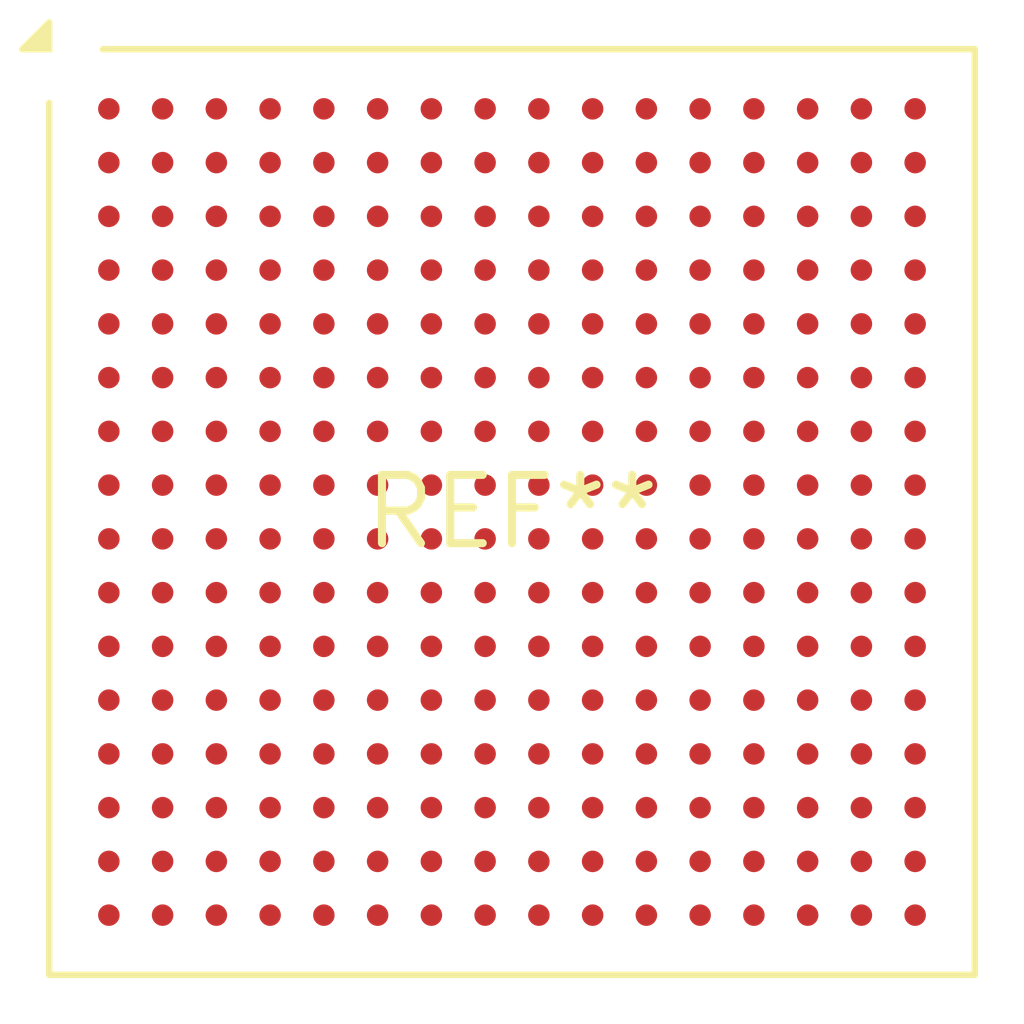
<source format=kicad_pcb>
(kicad_pcb (version 20240108) (generator pcbnew)
  (layers (0 "F.Cu" signal) (31 "B.Cu" signal) (34 "B.Paste" user) (35 "F.Paste" user) (36 "B.SilkS" user "B.Silkscreen") (37 "F.SilkS" user "F.Silkscreen") (38 "B.Mask" user) (39 "F.Mask" user) (44 "Edge.Cuts" user))
  (net 0 "")
  (footprint "Xilinx_FTG256" (layer "F.Cu") (at 0 0)
    (property "Reference" "REF**")
    (property "Value" "Xilinx_FTG256")
    (fp_line (start -8.61 8.61) (end -8.61 -7.61) (layer "F.SilkS") (stroke (width 0.12)))
    (fp_line (start -7.61 -8.61) (end 8.61 -8.61) (layer "F.SilkS") (stroke (width 0.12)))
    (fp_line (start 8.61 -8.61) (end 8.61 8.61) (layer "F.SilkS") (stroke (width 0.12)))
    (fp_line (start 8.61 8.61) (end -8.61 8.61) (layer "F.SilkS") (stroke (width 0.12)))
    (fp_poly (pts (xy -8.61 -8.61) (xy -9.11 -8.61) (xy -8.61 -9.11) (xy -8.61 -8.61)) (layer "F.SilkS") (stroke (width 0.12)) (fill solid))
    (pad "A1" smd circle (at -7.5 -7.5) (size 0.4 0.4) (property pad_prop_bga) (layers "F.Cu" "F.Paste" "F.Mask"))
    (pad "A2" smd circle (at -6.5 -7.5) (size 0.4 0.4) (property pad_prop_bga) (layers "F.Cu" "F.Paste" "F.Mask"))
    (pad "A3" smd circle (at -5.5 -7.5) (size 0.4 0.4) (property pad_prop_bga) (layers "F.Cu" "F.Paste" "F.Mask"))
    (pad "A4" smd circle (at -4.5 -7.5) (size 0.4 0.4) (property pad_prop_bga) (layers "F.Cu" "F.Paste" "F.Mask"))
    (pad "A5" smd circle (at -3.5 -7.5) (size 0.4 0.4) (property pad_prop_bga) (layers "F.Cu" "F.Paste" "F.Mask"))
    (pad "A6" smd circle (at -2.5 -7.5) (size 0.4 0.4) (property pad_prop_bga) (layers "F.Cu" "F.Paste" "F.Mask"))
    (pad "A7" smd circle (at -1.5 -7.5) (size 0.4 0.4) (property pad_prop_bga) (layers "F.Cu" "F.Paste" "F.Mask"))
    (pad "A8" smd circle (at -0.5 -7.5) (size 0.4 0.4) (property pad_prop_bga) (layers "F.Cu" "F.Paste" "F.Mask"))
    (pad "A9" smd circle (at 0.5 -7.5) (size 0.4 0.4) (property pad_prop_bga) (layers "F.Cu" "F.Paste" "F.Mask"))
    (pad "A10" smd circle (at 1.5 -7.5) (size 0.4 0.4) (property pad_prop_bga) (layers "F.Cu" "F.Paste" "F.Mask"))
    (pad "A11" smd circle (at 2.5 -7.5) (size 0.4 0.4) (property pad_prop_bga) (layers "F.Cu" "F.Paste" "F.Mask"))
    (pad "A12" smd circle (at 3.5 -7.5) (size 0.4 0.4) (property pad_prop_bga) (layers "F.Cu" "F.Paste" "F.Mask"))
    (pad "A13" smd circle (at 4.5 -7.5) (size 0.4 0.4) (property pad_prop_bga) (layers "F.Cu" "F.Paste" "F.Mask"))
    (pad "A14" smd circle (at 5.5 -7.5) (size 0.4 0.4) (property pad_prop_bga) (layers "F.Cu" "F.Paste" "F.Mask"))
    (pad "A15" smd circle (at 6.5 -7.5) (size 0.4 0.4) (property pad_prop_bga) (layers "F.Cu" "F.Paste" "F.Mask"))
    (pad "A16" smd circle (at 7.5 -7.5) (size 0.4 0.4) (property pad_prop_bga) (layers "F.Cu" "F.Paste" "F.Mask"))
    (pad "B1" smd circle (at -7.5 -6.5) (size 0.4 0.4) (property pad_prop_bga) (layers "F.Cu" "F.Paste" "F.Mask"))
    (pad "B2" smd circle (at -6.5 -6.5) (size 0.4 0.4) (property pad_prop_bga) (layers "F.Cu" "F.Paste" "F.Mask"))
    (pad "B3" smd circle (at -5.5 -6.5) (size 0.4 0.4) (property pad_prop_bga) (layers "F.Cu" "F.Paste" "F.Mask"))
    (pad "B4" smd circle (at -4.5 -6.5) (size 0.4 0.4) (property pad_prop_bga) (layers "F.Cu" "F.Paste" "F.Mask"))
    (pad "B5" smd circle (at -3.5 -6.5) (size 0.4 0.4) (property pad_prop_bga) (layers "F.Cu" "F.Paste" "F.Mask"))
    (pad "B6" smd circle (at -2.5 -6.5) (size 0.4 0.4) (property pad_prop_bga) (layers "F.Cu" "F.Paste" "F.Mask"))
    (pad "B7" smd circle (at -1.5 -6.5) (size 0.4 0.4) (property pad_prop_bga) (layers "F.Cu" "F.Paste" "F.Mask"))
    (pad "B8" smd circle (at -0.5 -6.5) (size 0.4 0.4) (property pad_prop_bga) (layers "F.Cu" "F.Paste" "F.Mask"))
    (pad "B9" smd circle (at 0.5 -6.5) (size 0.4 0.4) (property pad_prop_bga) (layers "F.Cu" "F.Paste" "F.Mask"))
    (pad "B10" smd circle (at 1.5 -6.5) (size 0.4 0.4) (property pad_prop_bga) (layers "F.Cu" "F.Paste" "F.Mask"))
    (pad "B11" smd circle (at 2.5 -6.5) (size 0.4 0.4) (property pad_prop_bga) (layers "F.Cu" "F.Paste" "F.Mask"))
    (pad "B12" smd circle (at 3.5 -6.5) (size 0.4 0.4) (property pad_prop_bga) (layers "F.Cu" "F.Paste" "F.Mask"))
    (pad "B13" smd circle (at 4.5 -6.5) (size 0.4 0.4) (property pad_prop_bga) (layers "F.Cu" "F.Paste" "F.Mask"))
    (pad "B14" smd circle (at 5.5 -6.5) (size 0.4 0.4) (property pad_prop_bga) (layers "F.Cu" "F.Paste" "F.Mask"))
    (pad "B15" smd circle (at 6.5 -6.5) (size 0.4 0.4) (property pad_prop_bga) (layers "F.Cu" "F.Paste" "F.Mask"))
    (pad "B16" smd circle (at 7.5 -6.5) (size 0.4 0.4) (property pad_prop_bga) (layers "F.Cu" "F.Paste" "F.Mask"))
    (pad "C1" smd circle (at -7.5 -5.5) (size 0.4 0.4) (property pad_prop_bga) (layers "F.Cu" "F.Paste" "F.Mask"))
    (pad "C2" smd circle (at -6.5 -5.5) (size 0.4 0.4) (property pad_prop_bga) (layers "F.Cu" "F.Paste" "F.Mask"))
    (pad "C3" smd circle (at -5.5 -5.5) (size 0.4 0.4) (property pad_prop_bga) (layers "F.Cu" "F.Paste" "F.Mask"))
    (pad "C4" smd circle (at -4.5 -5.5) (size 0.4 0.4) (property pad_prop_bga) (layers "F.Cu" "F.Paste" "F.Mask"))
    (pad "C5" smd circle (at -3.5 -5.5) (size 0.4 0.4) (property pad_prop_bga) (layers "F.Cu" "F.Paste" "F.Mask"))
    (pad "C6" smd circle (at -2.5 -5.5) (size 0.4 0.4) (property pad_prop_bga) (layers "F.Cu" "F.Paste" "F.Mask"))
    (pad "C7" smd circle (at -1.5 -5.5) (size 0.4 0.4) (property pad_prop_bga) (layers "F.Cu" "F.Paste" "F.Mask"))
    (pad "C8" smd circle (at -0.5 -5.5) (size 0.4 0.4) (property pad_prop_bga) (layers "F.Cu" "F.Paste" "F.Mask"))
    (pad "C9" smd circle (at 0.5 -5.5) (size 0.4 0.4) (property pad_prop_bga) (layers "F.Cu" "F.Paste" "F.Mask"))
    (pad "C10" smd circle (at 1.5 -5.5) (size 0.4 0.4) (property pad_prop_bga) (layers "F.Cu" "F.Paste" "F.Mask"))
    (pad "C11" smd circle (at 2.5 -5.5) (size 0.4 0.4) (property pad_prop_bga) (layers "F.Cu" "F.Paste" "F.Mask"))
    (pad "C12" smd circle (at 3.5 -5.5) (size 0.4 0.4) (property pad_prop_bga) (layers "F.Cu" "F.Paste" "F.Mask"))
    (pad "C13" smd circle (at 4.5 -5.5) (size 0.4 0.4) (property pad_prop_bga) (layers "F.Cu" "F.Paste" "F.Mask"))
    (pad "C14" smd circle (at 5.5 -5.5) (size 0.4 0.4) (property pad_prop_bga) (layers "F.Cu" "F.Paste" "F.Mask"))
    (pad "C15" smd circle (at 6.5 -5.5) (size 0.4 0.4) (property pad_prop_bga) (layers "F.Cu" "F.Paste" "F.Mask"))
    (pad "C16" smd circle (at 7.5 -5.5) (size 0.4 0.4) (property pad_prop_bga) (layers "F.Cu" "F.Paste" "F.Mask"))
    (pad "D1" smd circle (at -7.5 -4.5) (size 0.4 0.4) (property pad_prop_bga) (layers "F.Cu" "F.Paste" "F.Mask"))
    (pad "D2" smd circle (at -6.5 -4.5) (size 0.4 0.4) (property pad_prop_bga) (layers "F.Cu" "F.Paste" "F.Mask"))
    (pad "D3" smd circle (at -5.5 -4.5) (size 0.4 0.4) (property pad_prop_bga) (layers "F.Cu" "F.Paste" "F.Mask"))
    (pad "D4" smd circle (at -4.5 -4.5) (size 0.4 0.4) (property pad_prop_bga) (layers "F.Cu" "F.Paste" "F.Mask"))
    (pad "D5" smd circle (at -3.5 -4.5) (size 0.4 0.4) (property pad_prop_bga) (layers "F.Cu" "F.Paste" "F.Mask"))
    (pad "D6" smd circle (at -2.5 -4.5) (size 0.4 0.4) (property pad_prop_bga) (layers "F.Cu" "F.Paste" "F.Mask"))
    (pad "D7" smd circle (at -1.5 -4.5) (size 0.4 0.4) (property pad_prop_bga) (layers "F.Cu" "F.Paste" "F.Mask"))
    (pad "D8" smd circle (at -0.5 -4.5) (size 0.4 0.4) (property pad_prop_bga) (layers "F.Cu" "F.Paste" "F.Mask"))
    (pad "D9" smd circle (at 0.5 -4.5) (size 0.4 0.4) (property pad_prop_bga) (layers "F.Cu" "F.Paste" "F.Mask"))
    (pad "D10" smd circle (at 1.5 -4.5) (size 0.4 0.4) (property pad_prop_bga) (layers "F.Cu" "F.Paste" "F.Mask"))
    (pad "D11" smd circle (at 2.5 -4.5) (size 0.4 0.4) (property pad_prop_bga) (layers "F.Cu" "F.Paste" "F.Mask"))
    (pad "D12" smd circle (at 3.5 -4.5) (size 0.4 0.4) (property pad_prop_bga) (layers "F.Cu" "F.Paste" "F.Mask"))
    (pad "D13" smd circle (at 4.5 -4.5) (size 0.4 0.4) (property pad_prop_bga) (layers "F.Cu" "F.Paste" "F.Mask"))
    (pad "D14" smd circle (at 5.5 -4.5) (size 0.4 0.4) (property pad_prop_bga) (layers "F.Cu" "F.Paste" "F.Mask"))
    (pad "D15" smd circle (at 6.5 -4.5) (size 0.4 0.4) (property pad_prop_bga) (layers "F.Cu" "F.Paste" "F.Mask"))
    (pad "D16" smd circle (at 7.5 -4.5) (size 0.4 0.4) (property pad_prop_bga) (layers "F.Cu" "F.Paste" "F.Mask"))
    (pad "E1" smd circle (at -7.5 -3.5) (size 0.4 0.4) (property pad_prop_bga) (layers "F.Cu" "F.Paste" "F.Mask"))
    (pad "E2" smd circle (at -6.5 -3.5) (size 0.4 0.4) (property pad_prop_bga) (layers "F.Cu" "F.Paste" "F.Mask"))
    (pad "E3" smd circle (at -5.5 -3.5) (size 0.4 0.4) (property pad_prop_bga) (layers "F.Cu" "F.Paste" "F.Mask"))
    (pad "E4" smd circle (at -4.5 -3.5) (size 0.4 0.4) (property pad_prop_bga) (layers "F.Cu" "F.Paste" "F.Mask"))
    (pad "E5" smd circle (at -3.5 -3.5) (size 0.4 0.4) (property pad_prop_bga) (layers "F.Cu" "F.Paste" "F.Mask"))
    (pad "E6" smd circle (at -2.5 -3.5) (size 0.4 0.4) (property pad_prop_bga) (layers "F.Cu" "F.Paste" "F.Mask"))
    (pad "E7" smd circle (at -1.5 -3.5) (size 0.4 0.4) (property pad_prop_bga) (layers "F.Cu" "F.Paste" "F.Mask"))
    (pad "E8" smd circle (at -0.5 -3.5) (size 0.4 0.4) (property pad_prop_bga) (layers "F.Cu" "F.Paste" "F.Mask"))
    (pad "E9" smd circle (at 0.5 -3.5) (size 0.4 0.4) (property pad_prop_bga) (layers "F.Cu" "F.Paste" "F.Mask"))
    (pad "E10" smd circle (at 1.5 -3.5) (size 0.4 0.4) (property pad_prop_bga) (layers "F.Cu" "F.Paste" "F.Mask"))
    (pad "E11" smd circle (at 2.5 -3.5) (size 0.4 0.4) (property pad_prop_bga) (layers "F.Cu" "F.Paste" "F.Mask"))
    (pad "E12" smd circle (at 3.5 -3.5) (size 0.4 0.4) (property pad_prop_bga) (layers "F.Cu" "F.Paste" "F.Mask"))
    (pad "E13" smd circle (at 4.5 -3.5) (size 0.4 0.4) (property pad_prop_bga) (layers "F.Cu" "F.Paste" "F.Mask"))
    (pad "E14" smd circle (at 5.5 -3.5) (size 0.4 0.4) (property pad_prop_bga) (layers "F.Cu" "F.Paste" "F.Mask"))
    (pad "E15" smd circle (at 6.5 -3.5) (size 0.4 0.4) (property pad_prop_bga) (layers "F.Cu" "F.Paste" "F.Mask"))
    (pad "E16" smd circle (at 7.5 -3.5) (size 0.4 0.4) (property pad_prop_bga) (layers "F.Cu" "F.Paste" "F.Mask"))
    (pad "F1" smd circle (at -7.5 -2.5) (size 0.4 0.4) (property pad_prop_bga) (layers "F.Cu" "F.Paste" "F.Mask"))
    (pad "F2" smd circle (at -6.5 -2.5) (size 0.4 0.4) (property pad_prop_bga) (layers "F.Cu" "F.Paste" "F.Mask"))
    (pad "F3" smd circle (at -5.5 -2.5) (size 0.4 0.4) (property pad_prop_bga) (layers "F.Cu" "F.Paste" "F.Mask"))
    (pad "F4" smd circle (at -4.5 -2.5) (size 0.4 0.4) (property pad_prop_bga) (layers "F.Cu" "F.Paste" "F.Mask"))
    (pad "F5" smd circle (at -3.5 -2.5) (size 0.4 0.4) (property pad_prop_bga) (layers "F.Cu" "F.Paste" "F.Mask"))
    (pad "F6" smd circle (at -2.5 -2.5) (size 0.4 0.4) (property pad_prop_bga) (layers "F.Cu" "F.Paste" "F.Mask"))
    (pad "F7" smd circle (at -1.5 -2.5) (size 0.4 0.4) (property pad_prop_bga) (layers "F.Cu" "F.Paste" "F.Mask"))
    (pad "F8" smd circle (at -0.5 -2.5) (size 0.4 0.4) (property pad_prop_bga) (layers "F.Cu" "F.Paste" "F.Mask"))
    (pad "F9" smd circle (at 0.5 -2.5) (size 0.4 0.4) (property pad_prop_bga) (layers "F.Cu" "F.Paste" "F.Mask"))
    (pad "F10" smd circle (at 1.5 -2.5) (size 0.4 0.4) (property pad_prop_bga) (layers "F.Cu" "F.Paste" "F.Mask"))
    (pad "F11" smd circle (at 2.5 -2.5) (size 0.4 0.4) (property pad_prop_bga) (layers "F.Cu" "F.Paste" "F.Mask"))
    (pad "F12" smd circle (at 3.5 -2.5) (size 0.4 0.4) (property pad_prop_bga) (layers "F.Cu" "F.Paste" "F.Mask"))
    (pad "F13" smd circle (at 4.5 -2.5) (size 0.4 0.4) (property pad_prop_bga) (layers "F.Cu" "F.Paste" "F.Mask"))
    (pad "F14" smd circle (at 5.5 -2.5) (size 0.4 0.4) (property pad_prop_bga) (layers "F.Cu" "F.Paste" "F.Mask"))
    (pad "F15" smd circle (at 6.5 -2.5) (size 0.4 0.4) (property pad_prop_bga) (layers "F.Cu" "F.Paste" "F.Mask"))
    (pad "F16" smd circle (at 7.5 -2.5) (size 0.4 0.4) (property pad_prop_bga) (layers "F.Cu" "F.Paste" "F.Mask"))
    (pad "G1" smd circle (at -7.5 -1.5) (size 0.4 0.4) (property pad_prop_bga) (layers "F.Cu" "F.Paste" "F.Mask"))
    (pad "G2" smd circle (at -6.5 -1.5) (size 0.4 0.4) (property pad_prop_bga) (layers "F.Cu" "F.Paste" "F.Mask"))
    (pad "G3" smd circle (at -5.5 -1.5) (size 0.4 0.4) (property pad_prop_bga) (layers "F.Cu" "F.Paste" "F.Mask"))
    (pad "G4" smd circle (at -4.5 -1.5) (size 0.4 0.4) (property pad_prop_bga) (layers "F.Cu" "F.Paste" "F.Mask"))
    (pad "G5" smd circle (at -3.5 -1.5) (size 0.4 0.4) (property pad_prop_bga) (layers "F.Cu" "F.Paste" "F.Mask"))
    (pad "G6" smd circle (at -2.5 -1.5) (size 0.4 0.4) (property pad_prop_bga) (layers "F.Cu" "F.Paste" "F.Mask"))
    (pad "G7" smd circle (at -1.5 -1.5) (size 0.4 0.4) (property pad_prop_bga) (layers "F.Cu" "F.Paste" "F.Mask"))
    (pad "G8" smd circle (at -0.5 -1.5) (size 0.4 0.4) (property pad_prop_bga) (layers "F.Cu" "F.Paste" "F.Mask"))
    (pad "G9" smd circle (at 0.5 -1.5) (size 0.4 0.4) (property pad_prop_bga) (layers "F.Cu" "F.Paste" "F.Mask"))
    (pad "G10" smd circle (at 1.5 -1.5) (size 0.4 0.4) (property pad_prop_bga) (layers "F.Cu" "F.Paste" "F.Mask"))
    (pad "G11" smd circle (at 2.5 -1.5) (size 0.4 0.4) (property pad_prop_bga) (layers "F.Cu" "F.Paste" "F.Mask"))
    (pad "G12" smd circle (at 3.5 -1.5) (size 0.4 0.4) (property pad_prop_bga) (layers "F.Cu" "F.Paste" "F.Mask"))
    (pad "G13" smd circle (at 4.5 -1.5) (size 0.4 0.4) (property pad_prop_bga) (layers "F.Cu" "F.Paste" "F.Mask"))
    (pad "G14" smd circle (at 5.5 -1.5) (size 0.4 0.4) (property pad_prop_bga) (layers "F.Cu" "F.Paste" "F.Mask"))
    (pad "G15" smd circle (at 6.5 -1.5) (size 0.4 0.4) (property pad_prop_bga) (layers "F.Cu" "F.Paste" "F.Mask"))
    (pad "G16" smd circle (at 7.5 -1.5) (size 0.4 0.4) (property pad_prop_bga) (layers "F.Cu" "F.Paste" "F.Mask"))
    (pad "H1" smd circle (at -7.5 -0.5) (size 0.4 0.4) (property pad_prop_bga) (layers "F.Cu" "F.Paste" "F.Mask"))
    (pad "H2" smd circle (at -6.5 -0.5) (size 0.4 0.4) (property pad_prop_bga) (layers "F.Cu" "F.Paste" "F.Mask"))
    (pad "H3" smd circle (at -5.5 -0.5) (size 0.4 0.4) (property pad_prop_bga) (layers "F.Cu" "F.Paste" "F.Mask"))
    (pad "H4" smd circle (at -4.5 -0.5) (size 0.4 0.4) (property pad_prop_bga) (layers "F.Cu" "F.Paste" "F.Mask"))
    (pad "H5" smd circle (at -3.5 -0.5) (size 0.4 0.4) (property pad_prop_bga) (layers "F.Cu" "F.Paste" "F.Mask"))
    (pad "H6" smd circle (at -2.5 -0.5) (size 0.4 0.4) (property pad_prop_bga) (layers "F.Cu" "F.Paste" "F.Mask"))
    (pad "H7" smd circle (at -1.5 -0.5) (size 0.4 0.4) (property pad_prop_bga) (layers "F.Cu" "F.Paste" "F.Mask"))
    (pad "H8" smd circle (at -0.5 -0.5) (size 0.4 0.4) (property pad_prop_bga) (layers "F.Cu" "F.Paste" "F.Mask"))
    (pad "H9" smd circle (at 0.5 -0.5) (size 0.4 0.4) (property pad_prop_bga) (layers "F.Cu" "F.Paste" "F.Mask"))
    (pad "H10" smd circle (at 1.5 -0.5) (size 0.4 0.4) (property pad_prop_bga) (layers "F.Cu" "F.Paste" "F.Mask"))
    (pad "H11" smd circle (at 2.5 -0.5) (size 0.4 0.4) (property pad_prop_bga) (layers "F.Cu" "F.Paste" "F.Mask"))
    (pad "H12" smd circle (at 3.5 -0.5) (size 0.4 0.4) (property pad_prop_bga) (layers "F.Cu" "F.Paste" "F.Mask"))
    (pad "H13" smd circle (at 4.5 -0.5) (size 0.4 0.4) (property pad_prop_bga) (layers "F.Cu" "F.Paste" "F.Mask"))
    (pad "H14" smd circle (at 5.5 -0.5) (size 0.4 0.4) (property pad_prop_bga) (layers "F.Cu" "F.Paste" "F.Mask"))
    (pad "H15" smd circle (at 6.5 -0.5) (size 0.4 0.4) (property pad_prop_bga) (layers "F.Cu" "F.Paste" "F.Mask"))
    (pad "H16" smd circle (at 7.5 -0.5) (size 0.4 0.4) (property pad_prop_bga) (layers "F.Cu" "F.Paste" "F.Mask"))
    (pad "J1" smd circle (at -7.5 0.5) (size 0.4 0.4) (property pad_prop_bga) (layers "F.Cu" "F.Paste" "F.Mask"))
    (pad "J2" smd circle (at -6.5 0.5) (size 0.4 0.4) (property pad_prop_bga) (layers "F.Cu" "F.Paste" "F.Mask"))
    (pad "J3" smd circle (at -5.5 0.5) (size 0.4 0.4) (property pad_prop_bga) (layers "F.Cu" "F.Paste" "F.Mask"))
    (pad "J4" smd circle (at -4.5 0.5) (size 0.4 0.4) (property pad_prop_bga) (layers "F.Cu" "F.Paste" "F.Mask"))
    (pad "J5" smd circle (at -3.5 0.5) (size 0.4 0.4) (property pad_prop_bga) (layers "F.Cu" "F.Paste" "F.Mask"))
    (pad "J6" smd circle (at -2.5 0.5) (size 0.4 0.4) (property pad_prop_bga) (layers "F.Cu" "F.Paste" "F.Mask"))
    (pad "J7" smd circle (at -1.5 0.5) (size 0.4 0.4) (property pad_prop_bga) (layers "F.Cu" "F.Paste" "F.Mask"))
    (pad "J8" smd circle (at -0.5 0.5) (size 0.4 0.4) (property pad_prop_bga) (layers "F.Cu" "F.Paste" "F.Mask"))
    (pad "J9" smd circle (at 0.5 0.5) (size 0.4 0.4) (property pad_prop_bga) (layers "F.Cu" "F.Paste" "F.Mask"))
    (pad "J10" smd circle (at 1.5 0.5) (size 0.4 0.4) (property pad_prop_bga) (layers "F.Cu" "F.Paste" "F.Mask"))
    (pad "J11" smd circle (at 2.5 0.5) (size 0.4 0.4) (property pad_prop_bga) (layers "F.Cu" "F.Paste" "F.Mask"))
    (pad "J12" smd circle (at 3.5 0.5) (size 0.4 0.4) (property pad_prop_bga) (layers "F.Cu" "F.Paste" "F.Mask"))
    (pad "J13" smd circle (at 4.5 0.5) (size 0.4 0.4) (property pad_prop_bga) (layers "F.Cu" "F.Paste" "F.Mask"))
    (pad "J14" smd circle (at 5.5 0.5) (size 0.4 0.4) (property pad_prop_bga) (layers "F.Cu" "F.Paste" "F.Mask"))
    (pad "J15" smd circle (at 6.5 0.5) (size 0.4 0.4) (property pad_prop_bga) (layers "F.Cu" "F.Paste" "F.Mask"))
    (pad "J16" smd circle (at 7.5 0.5) (size 0.4 0.4) (property pad_prop_bga) (layers "F.Cu" "F.Paste" "F.Mask"))
    (pad "K1" smd circle (at -7.5 1.5) (size 0.4 0.4) (property pad_prop_bga) (layers "F.Cu" "F.Paste" "F.Mask"))
    (pad "K2" smd circle (at -6.5 1.5) (size 0.4 0.4) (property pad_prop_bga) (layers "F.Cu" "F.Paste" "F.Mask"))
    (pad "K3" smd circle (at -5.5 1.5) (size 0.4 0.4) (property pad_prop_bga) (layers "F.Cu" "F.Paste" "F.Mask"))
    (pad "K4" smd circle (at -4.5 1.5) (size 0.4 0.4) (property pad_prop_bga) (layers "F.Cu" "F.Paste" "F.Mask"))
    (pad "K5" smd circle (at -3.5 1.5) (size 0.4 0.4) (property pad_prop_bga) (layers "F.Cu" "F.Paste" "F.Mask"))
    (pad "K6" smd circle (at -2.5 1.5) (size 0.4 0.4) (property pad_prop_bga) (layers "F.Cu" "F.Paste" "F.Mask"))
    (pad "K7" smd circle (at -1.5 1.5) (size 0.4 0.4) (property pad_prop_bga) (layers "F.Cu" "F.Paste" "F.Mask"))
    (pad "K8" smd circle (at -0.5 1.5) (size 0.4 0.4) (property pad_prop_bga) (layers "F.Cu" "F.Paste" "F.Mask"))
    (pad "K9" smd circle (at 0.5 1.5) (size 0.4 0.4) (property pad_prop_bga) (layers "F.Cu" "F.Paste" "F.Mask"))
    (pad "K10" smd circle (at 1.5 1.5) (size 0.4 0.4) (property pad_prop_bga) (layers "F.Cu" "F.Paste" "F.Mask"))
    (pad "K11" smd circle (at 2.5 1.5) (size 0.4 0.4) (property pad_prop_bga) (layers "F.Cu" "F.Paste" "F.Mask"))
    (pad "K12" smd circle (at 3.5 1.5) (size 0.4 0.4) (property pad_prop_bga) (layers "F.Cu" "F.Paste" "F.Mask"))
    (pad "K13" smd circle (at 4.5 1.5) (size 0.4 0.4) (property pad_prop_bga) (layers "F.Cu" "F.Paste" "F.Mask"))
    (pad "K14" smd circle (at 5.5 1.5) (size 0.4 0.4) (property pad_prop_bga) (layers "F.Cu" "F.Paste" "F.Mask"))
    (pad "K15" smd circle (at 6.5 1.5) (size 0.4 0.4) (property pad_prop_bga) (layers "F.Cu" "F.Paste" "F.Mask"))
    (pad "K16" smd circle (at 7.5 1.5) (size 0.4 0.4) (property pad_prop_bga) (layers "F.Cu" "F.Paste" "F.Mask"))
    (pad "L1" smd circle (at -7.5 2.5) (size 0.4 0.4) (property pad_prop_bga) (layers "F.Cu" "F.Paste" "F.Mask"))
    (pad "L2" smd circle (at -6.5 2.5) (size 0.4 0.4) (property pad_prop_bga) (layers "F.Cu" "F.Paste" "F.Mask"))
    (pad "L3" smd circle (at -5.5 2.5) (size 0.4 0.4) (property pad_prop_bga) (layers "F.Cu" "F.Paste" "F.Mask"))
    (pad "L4" smd circle (at -4.5 2.5) (size 0.4 0.4) (property pad_prop_bga) (layers "F.Cu" "F.Paste" "F.Mask"))
    (pad "L5" smd circle (at -3.5 2.5) (size 0.4 0.4) (property pad_prop_bga) (layers "F.Cu" "F.Paste" "F.Mask"))
    (pad "L6" smd circle (at -2.5 2.5) (size 0.4 0.4) (property pad_prop_bga) (layers "F.Cu" "F.Paste" "F.Mask"))
    (pad "L7" smd circle (at -1.5 2.5) (size 0.4 0.4) (property pad_prop_bga) (layers "F.Cu" "F.Paste" "F.Mask"))
    (pad "L8" smd circle (at -0.5 2.5) (size 0.4 0.4) (property pad_prop_bga) (layers "F.Cu" "F.Paste" "F.Mask"))
    (pad "L9" smd circle (at 0.5 2.5) (size 0.4 0.4) (property pad_prop_bga) (layers "F.Cu" "F.Paste" "F.Mask"))
    (pad "L10" smd circle (at 1.5 2.5) (size 0.4 0.4) (property pad_prop_bga) (layers "F.Cu" "F.Paste" "F.Mask"))
    (pad "L11" smd circle (at 2.5 2.5) (size 0.4 0.4) (property pad_prop_bga) (layers "F.Cu" "F.Paste" "F.Mask"))
    (pad "L12" smd circle (at 3.5 2.5) (size 0.4 0.4) (property pad_prop_bga) (layers "F.Cu" "F.Paste" "F.Mask"))
    (pad "L13" smd circle (at 4.5 2.5) (size 0.4 0.4) (property pad_prop_bga) (layers "F.Cu" "F.Paste" "F.Mask"))
    (pad "L14" smd circle (at 5.5 2.5) (size 0.4 0.4) (property pad_prop_bga) (layers "F.Cu" "F.Paste" "F.Mask"))
    (pad "L15" smd circle (at 6.5 2.5) (size 0.4 0.4) (property pad_prop_bga) (layers "F.Cu" "F.Paste" "F.Mask"))
    (pad "L16" smd circle (at 7.5 2.5) (size 0.4 0.4) (property pad_prop_bga) (layers "F.Cu" "F.Paste" "F.Mask"))
    (pad "M1" smd circle (at -7.5 3.5) (size 0.4 0.4) (property pad_prop_bga) (layers "F.Cu" "F.Paste" "F.Mask"))
    (pad "M2" smd circle (at -6.5 3.5) (size 0.4 0.4) (property pad_prop_bga) (layers "F.Cu" "F.Paste" "F.Mask"))
    (pad "M3" smd circle (at -5.5 3.5) (size 0.4 0.4) (property pad_prop_bga) (layers "F.Cu" "F.Paste" "F.Mask"))
    (pad "M4" smd circle (at -4.5 3.5) (size 0.4 0.4) (property pad_prop_bga) (layers "F.Cu" "F.Paste" "F.Mask"))
    (pad "M5" smd circle (at -3.5 3.5) (size 0.4 0.4) (property pad_prop_bga) (layers "F.Cu" "F.Paste" "F.Mask"))
    (pad "M6" smd circle (at -2.5 3.5) (size 0.4 0.4) (property pad_prop_bga) (layers "F.Cu" "F.Paste" "F.Mask"))
    (pad "M7" smd circle (at -1.5 3.5) (size 0.4 0.4) (property pad_prop_bga) (layers "F.Cu" "F.Paste" "F.Mask"))
    (pad "M8" smd circle (at -0.5 3.5) (size 0.4 0.4) (property pad_prop_bga) (layers "F.Cu" "F.Paste" "F.Mask"))
    (pad "M9" smd circle (at 0.5 3.5) (size 0.4 0.4) (property pad_prop_bga) (layers "F.Cu" "F.Paste" "F.Mask"))
    (pad "M10" smd circle (at 1.5 3.5) (size 0.4 0.4) (property pad_prop_bga) (layers "F.Cu" "F.Paste" "F.Mask"))
    (pad "M11" smd circle (at 2.5 3.5) (size 0.4 0.4) (property pad_prop_bga) (layers "F.Cu" "F.Paste" "F.Mask"))
    (pad "M12" smd circle (at 3.5 3.5) (size 0.4 0.4) (property pad_prop_bga) (layers "F.Cu" "F.Paste" "F.Mask"))
    (pad "M13" smd circle (at 4.5 3.5) (size 0.4 0.4) (property pad_prop_bga) (layers "F.Cu" "F.Paste" "F.Mask"))
    (pad "M14" smd circle (at 5.5 3.5) (size 0.4 0.4) (property pad_prop_bga) (layers "F.Cu" "F.Paste" "F.Mask"))
    (pad "M15" smd circle (at 6.5 3.5) (size 0.4 0.4) (property pad_prop_bga) (layers "F.Cu" "F.Paste" "F.Mask"))
    (pad "M16" smd circle (at 7.5 3.5) (size 0.4 0.4) (property pad_prop_bga) (layers "F.Cu" "F.Paste" "F.Mask"))
    (pad "N1" smd circle (at -7.5 4.5) (size 0.4 0.4) (property pad_prop_bga) (layers "F.Cu" "F.Paste" "F.Mask"))
    (pad "N2" smd circle (at -6.5 4.5) (size 0.4 0.4) (property pad_prop_bga) (layers "F.Cu" "F.Paste" "F.Mask"))
    (pad "N3" smd circle (at -5.5 4.5) (size 0.4 0.4) (property pad_prop_bga) (layers "F.Cu" "F.Paste" "F.Mask"))
    (pad "N4" smd circle (at -4.5 4.5) (size 0.4 0.4) (property pad_prop_bga) (layers "F.Cu" "F.Paste" "F.Mask"))
    (pad "N5" smd circle (at -3.5 4.5) (size 0.4 0.4) (property pad_prop_bga) (layers "F.Cu" "F.Paste" "F.Mask"))
    (pad "N6" smd circle (at -2.5 4.5) (size 0.4 0.4) (property pad_prop_bga) (layers "F.Cu" "F.Paste" "F.Mask"))
    (pad "N7" smd circle (at -1.5 4.5) (size 0.4 0.4) (property pad_prop_bga) (layers "F.Cu" "F.Paste" "F.Mask"))
    (pad "N8" smd circle (at -0.5 4.5) (size 0.4 0.4) (property pad_prop_bga) (layers "F.Cu" "F.Paste" "F.Mask"))
    (pad "N9" smd circle (at 0.5 4.5) (size 0.4 0.4) (property pad_prop_bga) (layers "F.Cu" "F.Paste" "F.Mask"))
    (pad "N10" smd circle (at 1.5 4.5) (size 0.4 0.4) (property pad_prop_bga) (layers "F.Cu" "F.Paste" "F.Mask"))
    (pad "N11" smd circle (at 2.5 4.5) (size 0.4 0.4) (property pad_prop_bga) (layers "F.Cu" "F.Paste" "F.Mask"))
    (pad "N12" smd circle (at 3.5 4.5) (size 0.4 0.4) (property pad_prop_bga) (layers "F.Cu" "F.Paste" "F.Mask"))
    (pad "N13" smd circle (at 4.5 4.5) (size 0.4 0.4) (property pad_prop_bga) (layers "F.Cu" "F.Paste" "F.Mask"))
    (pad "N14" smd circle (at 5.5 4.5) (size 0.4 0.4) (property pad_prop_bga) (layers "F.Cu" "F.Paste" "F.Mask"))
    (pad "N15" smd circle (at 6.5 4.5) (size 0.4 0.4) (property pad_prop_bga) (layers "F.Cu" "F.Paste" "F.Mask"))
    (pad "N16" smd circle (at 7.5 4.5) (size 0.4 0.4) (property pad_prop_bga) (layers "F.Cu" "F.Paste" "F.Mask"))
    (pad "P1" smd circle (at -7.5 5.5) (size 0.4 0.4) (property pad_prop_bga) (layers "F.Cu" "F.Paste" "F.Mask"))
    (pad "P2" smd circle (at -6.5 5.5) (size 0.4 0.4) (property pad_prop_bga) (layers "F.Cu" "F.Paste" "F.Mask"))
    (pad "P3" smd circle (at -5.5 5.5) (size 0.4 0.4) (property pad_prop_bga) (layers "F.Cu" "F.Paste" "F.Mask"))
    (pad "P4" smd circle (at -4.5 5.5) (size 0.4 0.4) (property pad_prop_bga) (layers "F.Cu" "F.Paste" "F.Mask"))
    (pad "P5" smd circle (at -3.5 5.5) (size 0.4 0.4) (property pad_prop_bga) (layers "F.Cu" "F.Paste" "F.Mask"))
    (pad "P6" smd circle (at -2.5 5.5) (size 0.4 0.4) (property pad_prop_bga) (layers "F.Cu" "F.Paste" "F.Mask"))
    (pad "P7" smd circle (at -1.5 5.5) (size 0.4 0.4) (property pad_prop_bga) (layers "F.Cu" "F.Paste" "F.Mask"))
    (pad "P8" smd circle (at -0.5 5.5) (size 0.4 0.4) (property pad_prop_bga) (layers "F.Cu" "F.Paste" "F.Mask"))
    (pad "P9" smd circle (at 0.5 5.5) (size 0.4 0.4) (property pad_prop_bga) (layers "F.Cu" "F.Paste" "F.Mask"))
    (pad "P10" smd circle (at 1.5 5.5) (size 0.4 0.4) (property pad_prop_bga) (layers "F.Cu" "F.Paste" "F.Mask"))
    (pad "P11" smd circle (at 2.5 5.5) (size 0.4 0.4) (property pad_prop_bga) (layers "F.Cu" "F.Paste" "F.Mask"))
    (pad "P12" smd circle (at 3.5 5.5) (size 0.4 0.4) (property pad_prop_bga) (layers "F.Cu" "F.Paste" "F.Mask"))
    (pad "P13" smd circle (at 4.5 5.5) (size 0.4 0.4) (property pad_prop_bga) (layers "F.Cu" "F.Paste" "F.Mask"))
    (pad "P14" smd circle (at 5.5 5.5) (size 0.4 0.4) (property pad_prop_bga) (layers "F.Cu" "F.Paste" "F.Mask"))
    (pad "P15" smd circle (at 6.5 5.5) (size 0.4 0.4) (property pad_prop_bga) (layers "F.Cu" "F.Paste" "F.Mask"))
    (pad "P16" smd circle (at 7.5 5.5) (size 0.4 0.4) (property pad_prop_bga) (layers "F.Cu" "F.Paste" "F.Mask"))
    (pad "R1" smd circle (at -7.5 6.5) (size 0.4 0.4) (property pad_prop_bga) (layers "F.Cu" "F.Paste" "F.Mask"))
    (pad "R2" smd circle (at -6.5 6.5) (size 0.4 0.4) (property pad_prop_bga) (layers "F.Cu" "F.Paste" "F.Mask"))
    (pad "R3" smd circle (at -5.5 6.5) (size 0.4 0.4) (property pad_prop_bga) (layers "F.Cu" "F.Paste" "F.Mask"))
    (pad "R4" smd circle (at -4.5 6.5) (size 0.4 0.4) (property pad_prop_bga) (layers "F.Cu" "F.Paste" "F.Mask"))
    (pad "R5" smd circle (at -3.5 6.5) (size 0.4 0.4) (property pad_prop_bga) (layers "F.Cu" "F.Paste" "F.Mask"))
    (pad "R6" smd circle (at -2.5 6.5) (size 0.4 0.4) (property pad_prop_bga) (layers "F.Cu" "F.Paste" "F.Mask"))
    (pad "R7" smd circle (at -1.5 6.5) (size 0.4 0.4) (property pad_prop_bga) (layers "F.Cu" "F.Paste" "F.Mask"))
    (pad "R8" smd circle (at -0.5 6.5) (size 0.4 0.4) (property pad_prop_bga) (layers "F.Cu" "F.Paste" "F.Mask"))
    (pad "R9" smd circle (at 0.5 6.5) (size 0.4 0.4) (property pad_prop_bga) (layers "F.Cu" "F.Paste" "F.Mask"))
    (pad "R10" smd circle (at 1.5 6.5) (size 0.4 0.4) (property pad_prop_bga) (layers "F.Cu" "F.Paste" "F.Mask"))
    (pad "R11" smd circle (at 2.5 6.5) (size 0.4 0.4) (property pad_prop_bga) (layers "F.Cu" "F.Paste" "F.Mask"))
    (pad "R12" smd circle (at 3.5 6.5) (size 0.4 0.4) (property pad_prop_bga) (layers "F.Cu" "F.Paste" "F.Mask"))
    (pad "R13" smd circle (at 4.5 6.5) (size 0.4 0.4) (property pad_prop_bga) (layers "F.Cu" "F.Paste" "F.Mask"))
    (pad "R14" smd circle (at 5.5 6.5) (size 0.4 0.4) (property pad_prop_bga) (layers "F.Cu" "F.Paste" "F.Mask"))
    (pad "R15" smd circle (at 6.5 6.5) (size 0.4 0.4) (property pad_prop_bga) (layers "F.Cu" "F.Paste" "F.Mask"))
    (pad "R16" smd circle (at 7.5 6.5) (size 0.4 0.4) (property pad_prop_bga) (layers "F.Cu" "F.Paste" "F.Mask"))
    (pad "T1" smd circle (at -7.5 7.5) (size 0.4 0.4) (property pad_prop_bga) (layers "F.Cu" "F.Paste" "F.Mask"))
    (pad "T2" smd circle (at -6.5 7.5) (size 0.4 0.4) (property pad_prop_bga) (layers "F.Cu" "F.Paste" "F.Mask"))
    (pad "T3" smd circle (at -5.5 7.5) (size 0.4 0.4) (property pad_prop_bga) (layers "F.Cu" "F.Paste" "F.Mask"))
    (pad "T4" smd circle (at -4.5 7.5) (size 0.4 0.4) (property pad_prop_bga) (layers "F.Cu" "F.Paste" "F.Mask"))
    (pad "T5" smd circle (at -3.5 7.5) (size 0.4 0.4) (property pad_prop_bga) (layers "F.Cu" "F.Paste" "F.Mask"))
    (pad "T6" smd circle (at -2.5 7.5) (size 0.4 0.4) (property pad_prop_bga) (layers "F.Cu" "F.Paste" "F.Mask"))
    (pad "T7" smd circle (at -1.5 7.5) (size 0.4 0.4) (property pad_prop_bga) (layers "F.Cu" "F.Paste" "F.Mask"))
    (pad "T8" smd circle (at -0.5 7.5) (size 0.4 0.4) (property pad_prop_bga) (layers "F.Cu" "F.Paste" "F.Mask"))
    (pad "T9" smd circle (at 0.5 7.5) (size 0.4 0.4) (property pad_prop_bga) (layers "F.Cu" "F.Paste" "F.Mask"))
    (pad "T10" smd circle (at 1.5 7.5) (size 0.4 0.4) (property pad_prop_bga) (layers "F.Cu" "F.Paste" "F.Mask"))
    (pad "T11" smd circle (at 2.5 7.5) (size 0.4 0.4) (property pad_prop_bga) (layers "F.Cu" "F.Paste" "F.Mask"))
    (pad "T12" smd circle (at 3.5 7.5) (size 0.4 0.4) (property pad_prop_bga) (layers "F.Cu" "F.Paste" "F.Mask"))
    (pad "T13" smd circle (at 4.5 7.5) (size 0.4 0.4) (property pad_prop_bga) (layers "F.Cu" "F.Paste" "F.Mask"))
    (pad "T14" smd circle (at 5.5 7.5) (size 0.4 0.4) (property pad_prop_bga) (layers "F.Cu" "F.Paste" "F.Mask"))
    (pad "T15" smd circle (at 6.5 7.5) (size 0.4 0.4) (property pad_prop_bga) (layers "F.Cu" "F.Paste" "F.Mask"))
    (pad "T16" smd circle (at 7.5 7.5) (size 0.4 0.4) (property pad_prop_bga) (layers "F.Cu" "F.Paste" "F.Mask"))
  )
)
</source>
